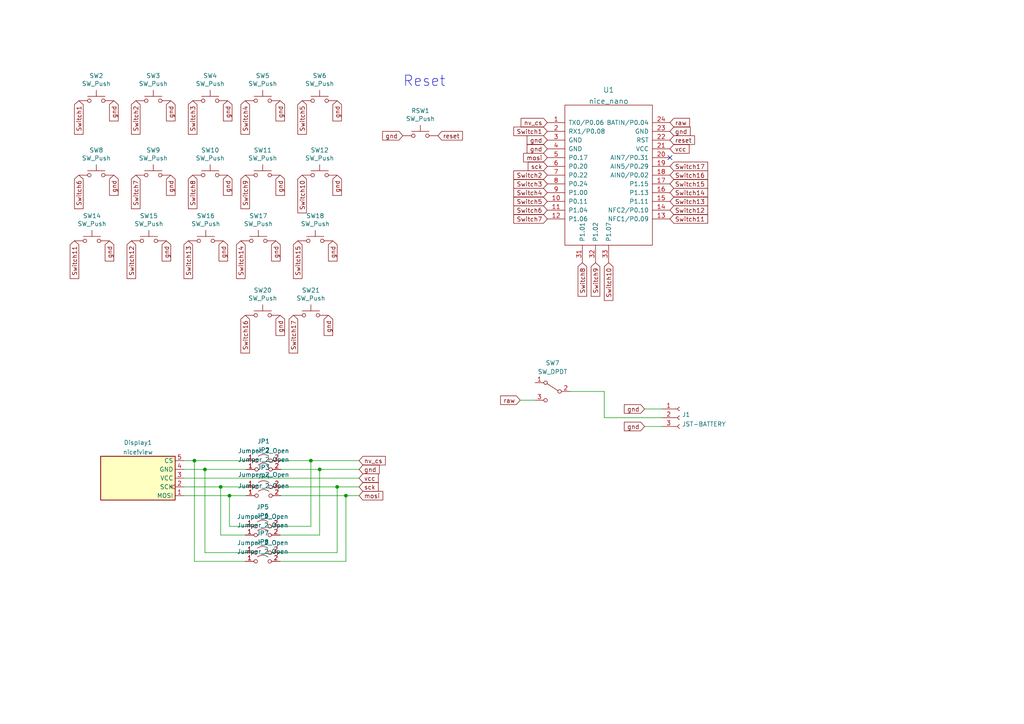
<source format=kicad_sch>
(kicad_sch (version 20230121) (generator eeschema)

  (uuid 4e66a44f-7fa6-4e16-bf9b-62ec864301a5)

  (paper "A4")

  (title_block
    (title "Sweep V2")
    (date "2021-03-10")
    (rev "0.1")
    (company "broomlabs")
  )

  (lib_symbols
    (symbol "Connector:Conn_01x03_Female" (pin_names (offset 1.016) hide) (in_bom yes) (on_board yes)
      (property "Reference" "J" (at 0 5.08 0)
        (effects (font (size 1.27 1.27)))
      )
      (property "Value" "Conn_01x03_Female" (at 0 -5.08 0)
        (effects (font (size 1.27 1.27)))
      )
      (property "Footprint" "" (at 0 0 0)
        (effects (font (size 1.27 1.27)) hide)
      )
      (property "Datasheet" "~" (at 0 0 0)
        (effects (font (size 1.27 1.27)) hide)
      )
      (property "ki_keywords" "connector" (at 0 0 0)
        (effects (font (size 1.27 1.27)) hide)
      )
      (property "ki_description" "Generic connector, single row, 01x03, script generated (kicad-library-utils/schlib/autogen/connector/)" (at 0 0 0)
        (effects (font (size 1.27 1.27)) hide)
      )
      (property "ki_fp_filters" "Connector*:*_1x??_*" (at 0 0 0)
        (effects (font (size 1.27 1.27)) hide)
      )
      (symbol "Conn_01x03_Female_1_1"
        (arc (start 0 -2.032) (mid -0.5058 -2.54) (end 0 -3.048)
          (stroke (width 0.1524) (type default))
          (fill (type none))
        )
        (polyline
          (pts
            (xy -1.27 -2.54)
            (xy -0.508 -2.54)
          )
          (stroke (width 0.1524) (type default))
          (fill (type none))
        )
        (polyline
          (pts
            (xy -1.27 0)
            (xy -0.508 0)
          )
          (stroke (width 0.1524) (type default))
          (fill (type none))
        )
        (polyline
          (pts
            (xy -1.27 2.54)
            (xy -0.508 2.54)
          )
          (stroke (width 0.1524) (type default))
          (fill (type none))
        )
        (arc (start 0 0.508) (mid -0.5058 0) (end 0 -0.508)
          (stroke (width 0.1524) (type default))
          (fill (type none))
        )
        (arc (start 0 3.048) (mid -0.5058 2.54) (end 0 2.032)
          (stroke (width 0.1524) (type default))
          (fill (type none))
        )
        (pin passive line (at -5.08 2.54 0) (length 3.81)
          (name "Pin_1" (effects (font (size 1.27 1.27))))
          (number "1" (effects (font (size 1.27 1.27))))
        )
        (pin passive line (at -5.08 0 0) (length 3.81)
          (name "Pin_2" (effects (font (size 1.27 1.27))))
          (number "2" (effects (font (size 1.27 1.27))))
        )
        (pin passive line (at -5.08 -2.54 0) (length 3.81)
          (name "Pin_3" (effects (font (size 1.27 1.27))))
          (number "3" (effects (font (size 1.27 1.27))))
        )
      )
    )
    (symbol "Jumper:Jumper_2_Open" (pin_names (offset 0) hide) (in_bom yes) (on_board yes)
      (property "Reference" "JP" (at 0 2.794 0)
        (effects (font (size 1.27 1.27)))
      )
      (property "Value" "Jumper_2_Open" (at 0 -2.286 0)
        (effects (font (size 1.27 1.27)))
      )
      (property "Footprint" "" (at 0 0 0)
        (effects (font (size 1.27 1.27)) hide)
      )
      (property "Datasheet" "~" (at 0 0 0)
        (effects (font (size 1.27 1.27)) hide)
      )
      (property "ki_keywords" "Jumper SPST" (at 0 0 0)
        (effects (font (size 1.27 1.27)) hide)
      )
      (property "ki_description" "Jumper, 2-pole, open" (at 0 0 0)
        (effects (font (size 1.27 1.27)) hide)
      )
      (property "ki_fp_filters" "Jumper* TestPoint*2Pads* TestPoint*Bridge*" (at 0 0 0)
        (effects (font (size 1.27 1.27)) hide)
      )
      (symbol "Jumper_2_Open_0_0"
        (circle (center -2.032 0) (radius 0.508)
          (stroke (width 0) (type default))
          (fill (type none))
        )
        (circle (center 2.032 0) (radius 0.508)
          (stroke (width 0) (type default))
          (fill (type none))
        )
      )
      (symbol "Jumper_2_Open_0_1"
        (arc (start 1.524 1.27) (mid 0 1.778) (end -1.524 1.27)
          (stroke (width 0) (type default))
          (fill (type none))
        )
      )
      (symbol "Jumper_2_Open_1_1"
        (pin passive line (at -5.08 0 0) (length 2.54)
          (name "A" (effects (font (size 1.27 1.27))))
          (number "1" (effects (font (size 1.27 1.27))))
        )
        (pin passive line (at 5.08 0 180) (length 2.54)
          (name "B" (effects (font (size 1.27 1.27))))
          (number "2" (effects (font (size 1.27 1.27))))
        )
      )
    )
    (symbol "Switch:SW_Push" (pin_numbers hide) (pin_names (offset 1.016) hide) (in_bom yes) (on_board yes)
      (property "Reference" "SW" (at 1.27 2.54 0)
        (effects (font (size 1.27 1.27)) (justify left))
      )
      (property "Value" "SW_Push" (at 0 -1.524 0)
        (effects (font (size 1.27 1.27)))
      )
      (property "Footprint" "" (at 0 5.08 0)
        (effects (font (size 1.27 1.27)) hide)
      )
      (property "Datasheet" "~" (at 0 5.08 0)
        (effects (font (size 1.27 1.27)) hide)
      )
      (property "ki_keywords" "switch normally-open pushbutton push-button" (at 0 0 0)
        (effects (font (size 1.27 1.27)) hide)
      )
      (property "ki_description" "Push button switch, generic, two pins" (at 0 0 0)
        (effects (font (size 1.27 1.27)) hide)
      )
      (symbol "SW_Push_0_1"
        (circle (center -2.032 0) (radius 0.508)
          (stroke (width 0) (type default))
          (fill (type none))
        )
        (polyline
          (pts
            (xy 0 1.27)
            (xy 0 3.048)
          )
          (stroke (width 0) (type default))
          (fill (type none))
        )
        (polyline
          (pts
            (xy 2.54 1.27)
            (xy -2.54 1.27)
          )
          (stroke (width 0) (type default))
          (fill (type none))
        )
        (circle (center 2.032 0) (radius 0.508)
          (stroke (width 0) (type default))
          (fill (type none))
        )
        (pin passive line (at -5.08 0 0) (length 2.54)
          (name "1" (effects (font (size 1.27 1.27))))
          (number "1" (effects (font (size 1.27 1.27))))
        )
        (pin passive line (at 5.08 0 180) (length 2.54)
          (name "2" (effects (font (size 1.27 1.27))))
          (number "2" (effects (font (size 1.27 1.27))))
        )
      )
    )
    (symbol "jiran-ble:SW_DPDT" (pin_names hide) (in_bom yes) (on_board yes)
      (property "Reference" "SW" (at 0 7.62 0)
        (effects (font (size 1.27 1.27)))
      )
      (property "Value" "SW_DPDT" (at 0 5.715 0)
        (effects (font (size 1.27 1.27)))
      )
      (property "Footprint" "" (at 0.635 7.62 0)
        (effects (font (size 1.27 1.27)) hide)
      )
      (property "Datasheet" "" (at 0.635 7.62 0)
        (effects (font (size 1.27 1.27)) hide)
      )
      (symbol "SW_DPDT_0_0"
        (circle (center -3.302 0) (radius 0.508)
          (stroke (width 0) (type default))
          (fill (type none))
        )
        (circle (center 0.762 -2.54) (radius 0.508)
          (stroke (width 0) (type default))
          (fill (type none))
        )
      )
      (symbol "SW_DPDT_0_1"
        (polyline
          (pts
            (xy -2.794 0.254)
            (xy 0.381 2.286)
          )
          (stroke (width 0) (type default))
          (fill (type none))
        )
        (circle (center 0.762 2.54) (radius 0.508)
          (stroke (width 0) (type default))
          (fill (type none))
        )
      )
      (symbol "SW_DPDT_1_1"
        (pin passive line (at 3.81 2.54 180) (length 2.54)
          (name "A" (effects (font (size 1.27 1.27))))
          (number "1" (effects (font (size 1.27 1.27))))
        )
        (pin passive line (at -6.35 0 0) (length 2.54)
          (name "B" (effects (font (size 1.27 1.27))))
          (number "2" (effects (font (size 1.27 1.27))))
        )
        (pin passive line (at 3.81 -2.54 180) (length 2.54)
          (name "C" (effects (font (size 1.27 1.27))))
          (number "3" (effects (font (size 1.27 1.27))))
        )
      )
    )
    (symbol "nice_nano:nice_nano" (pin_names (offset 1.016)) (in_bom yes) (on_board yes)
      (property "Reference" "U" (at 0 0 0)
        (effects (font (size 1.524 1.524)))
      )
      (property "Value" "nice_nano" (at 0 2.54 0)
        (effects (font (size 1.524 1.524)))
      )
      (property "Footprint" "" (at 26.67 -63.5 90)
        (effects (font (size 1.524 1.524)) hide)
      )
      (property "Datasheet" "" (at 26.67 -63.5 90)
        (effects (font (size 1.524 1.524)) hide)
      )
      (symbol "nice_nano_0_1"
        (rectangle (start -12.7 -21.59) (end 12.7 19.05)
          (stroke (width 0) (type default))
          (fill (type none))
        )
      )
      (symbol "nice_nano_1_1"
        (pin input line (at -17.78 13.97 0) (length 5.08)
          (name "TX0/P0.06" (effects (font (size 1.27 1.27))))
          (number "1" (effects (font (size 1.27 1.27))))
        )
        (pin input line (at -17.78 -8.89 0) (length 5.08)
          (name "P0.11" (effects (font (size 1.27 1.27))))
          (number "10" (effects (font (size 1.27 1.27))))
        )
        (pin input line (at -17.78 -11.43 0) (length 5.08)
          (name "P1.04" (effects (font (size 1.27 1.27))))
          (number "11" (effects (font (size 1.27 1.27))))
        )
        (pin input line (at -17.78 -13.97 0) (length 5.08)
          (name "P1.06" (effects (font (size 1.27 1.27))))
          (number "12" (effects (font (size 1.27 1.27))))
        )
        (pin input line (at 17.78 -13.97 180) (length 5.08)
          (name "NFC1/P0.09" (effects (font (size 1.27 1.27))))
          (number "13" (effects (font (size 1.27 1.27))))
        )
        (pin input line (at 17.78 -11.43 180) (length 5.08)
          (name "NFC2/P0.10" (effects (font (size 1.27 1.27))))
          (number "14" (effects (font (size 1.27 1.27))))
        )
        (pin input line (at 17.78 -8.89 180) (length 5.08)
          (name "P1.11" (effects (font (size 1.27 1.27))))
          (number "15" (effects (font (size 1.27 1.27))))
        )
        (pin input line (at 17.78 -6.35 180) (length 5.08)
          (name "P1.13" (effects (font (size 1.27 1.27))))
          (number "16" (effects (font (size 1.27 1.27))))
        )
        (pin input line (at 17.78 -3.81 180) (length 5.08)
          (name "P1.15" (effects (font (size 1.27 1.27))))
          (number "17" (effects (font (size 1.27 1.27))))
        )
        (pin input line (at 17.78 -1.27 180) (length 5.08)
          (name "AIN0/P0.02" (effects (font (size 1.27 1.27))))
          (number "18" (effects (font (size 1.27 1.27))))
        )
        (pin input line (at 17.78 1.27 180) (length 5.08)
          (name "AIN5/P0.29" (effects (font (size 1.27 1.27))))
          (number "19" (effects (font (size 1.27 1.27))))
        )
        (pin input line (at -17.78 11.43 0) (length 5.08)
          (name "RX1/P0.08" (effects (font (size 1.27 1.27))))
          (number "2" (effects (font (size 1.27 1.27))))
        )
        (pin input line (at 17.78 3.81 180) (length 5.08)
          (name "AIN7/P0.31" (effects (font (size 1.27 1.27))))
          (number "20" (effects (font (size 1.27 1.27))))
        )
        (pin input line (at 17.78 6.35 180) (length 5.08)
          (name "VCC" (effects (font (size 1.27 1.27))))
          (number "21" (effects (font (size 1.27 1.27))))
        )
        (pin input line (at 17.78 8.89 180) (length 5.08)
          (name "RST" (effects (font (size 1.27 1.27))))
          (number "22" (effects (font (size 1.27 1.27))))
        )
        (pin input line (at 17.78 11.43 180) (length 5.08)
          (name "GND" (effects (font (size 1.27 1.27))))
          (number "23" (effects (font (size 1.27 1.27))))
        )
        (pin input line (at 17.78 13.97 180) (length 5.08)
          (name "BATIN/P0.04" (effects (font (size 1.27 1.27))))
          (number "24" (effects (font (size 1.27 1.27))))
        )
        (pin input line (at -17.78 8.89 0) (length 5.08)
          (name "GND" (effects (font (size 1.27 1.27))))
          (number "3" (effects (font (size 1.27 1.27))))
        )
        (pin input line (at -7.62 -26.67 90) (length 5.08)
          (name "P1.01" (effects (font (size 1.27 1.27))))
          (number "31" (effects (font (size 1.27 1.27))))
        )
        (pin input line (at -3.81 -26.67 90) (length 5.08)
          (name "P1.02" (effects (font (size 1.27 1.27))))
          (number "32" (effects (font (size 1.27 1.27))))
        )
        (pin input line (at 0 -26.67 90) (length 5.08)
          (name "P1.07" (effects (font (size 1.27 1.27))))
          (number "33" (effects (font (size 1.27 1.27))))
        )
        (pin input line (at -17.78 6.35 0) (length 5.08)
          (name "GND" (effects (font (size 1.27 1.27))))
          (number "4" (effects (font (size 1.27 1.27))))
        )
        (pin input line (at -17.78 3.81 0) (length 5.08)
          (name "P0.17" (effects (font (size 1.27 1.27))))
          (number "5" (effects (font (size 1.27 1.27))))
        )
        (pin input line (at -17.78 1.27 0) (length 5.08)
          (name "P0.20" (effects (font (size 1.27 1.27))))
          (number "6" (effects (font (size 1.27 1.27))))
        )
        (pin input line (at -17.78 -1.27 0) (length 5.08)
          (name "P0.22" (effects (font (size 1.27 1.27))))
          (number "7" (effects (font (size 1.27 1.27))))
        )
        (pin input line (at -17.78 -3.81 0) (length 5.08)
          (name "P0.24" (effects (font (size 1.27 1.27))))
          (number "8" (effects (font (size 1.27 1.27))))
        )
        (pin input line (at -17.78 -6.35 0) (length 5.08)
          (name "P1.00" (effects (font (size 1.27 1.27))))
          (number "9" (effects (font (size 1.27 1.27))))
        )
      )
    )
    (symbol "nice_view:nice!view" (in_bom yes) (on_board yes)
      (property "Reference" "Display" (at 0 12.7 0)
        (effects (font (size 1.27 1.27)) (justify bottom))
      )
      (property "Value" "nice!view" (at 0 0 0)
        (effects (font (size 1.27 1.27)))
      )
      (property "Footprint" "nice_view:nice_view" (at 0 16.51 0)
        (effects (font (size 1.27 1.27)) hide)
      )
      (property "Datasheet" "https://nicekeyboards.com/docs/nice-view/pinout-schematic" (at 2.54 -25.4 0)
        (effects (font (size 1.27 1.27)) hide)
      )
      (property "ki_keywords" "display MIP 36x14" (at 0 0 0)
        (effects (font (size 1.27 1.27)) hide)
      )
      (property "ki_description" "Sharp LS011B7DH03 Memory in Pixel 160x68" (at 0 0 0)
        (effects (font (size 1.27 1.27)) hide)
      )
      (property "ki_fp_filters" "nice*" (at 0 0 0)
        (effects (font (size 1.27 1.27)) hide)
      )
      (symbol "nice!view_0_1"
        (rectangle (start -6.35 11.43) (end 6.35 -10.16)
          (stroke (width 0.254) (type default))
          (fill (type background))
        )
      )
      (symbol "nice!view_1_1"
        (pin input line (at -5.08 -12.7 90) (length 2.54)
          (name "MOSI" (effects (font (size 1.27 1.27))))
          (number "1" (effects (font (size 1.27 1.27))))
        )
        (pin input clock (at -2.54 -12.7 90) (length 2.54)
          (name "SCK" (effects (font (size 1.27 1.27))))
          (number "2" (effects (font (size 1.27 1.27))))
        )
        (pin power_in line (at 0 -12.7 90) (length 2.54)
          (name "VCC" (effects (font (size 1.27 1.27))))
          (number "3" (effects (font (size 1.27 1.27))))
        )
        (pin power_out line (at 2.54 -12.7 90) (length 2.54)
          (name "GND" (effects (font (size 1.27 1.27))))
          (number "4" (effects (font (size 1.27 1.27))))
        )
        (pin passive line (at 5.08 -12.7 90) (length 2.54)
          (name "CS" (effects (font (size 1.27 1.27))))
          (number "5" (effects (font (size 1.27 1.27))))
        )
      )
    )
  )

  (junction (at 66.548 143.764) (diameter 0) (color 0 0 0 0)
    (uuid 1d67afa1-b3eb-4622-85fb-73d999a4d346)
  )
  (junction (at 100.33 143.764) (diameter 0) (color 0 0 0 0)
    (uuid 3a502be0-672c-4774-a829-89ee66e4bf37)
  )
  (junction (at 59.436 136.144) (diameter 0) (color 0 0 0 0)
    (uuid 4b19c00a-cf9d-4648-9ca1-879b7fe92102)
  )
  (junction (at 64.008 141.224) (diameter 0) (color 0 0 0 0)
    (uuid 866c91e2-288e-4fe1-80f4-62b235cb8d15)
  )
  (junction (at 92.71 136.144) (diameter 0) (color 0 0 0 0)
    (uuid b693d1b6-eee2-4910-a5c3-5441faa7ac7e)
  )
  (junction (at 56.388 133.604) (diameter 0) (color 0 0 0 0)
    (uuid c88b85e0-8940-4f10-b1c4-4f1ddd5f9842)
  )
  (junction (at 97.79 141.224) (diameter 0) (color 0 0 0 0)
    (uuid d646c0cd-038d-4590-970e-8be8385fb6a9)
  )
  (junction (at 90.17 133.604) (diameter 0) (color 0 0 0 0)
    (uuid e7fb191c-ce88-4d54-9c1d-fcea908467aa)
  )

  (no_connect (at 194.31 45.72) (uuid 837d60b1-cc18-42f8-9a77-f37dc4d6fee4))

  (wire (pts (xy 100.33 143.764) (xy 100.33 162.814))
    (stroke (width 0) (type default))
    (uuid 09cd499f-656f-4848-8890-0f9376d868d6)
  )
  (wire (pts (xy 53.34 141.224) (xy 64.008 141.224))
    (stroke (width 0) (type default))
    (uuid 0c8a01d3-d4fd-4b41-8220-c70fd393fd8a)
  )
  (wire (pts (xy 71.12 155.194) (xy 64.008 155.194))
    (stroke (width 0) (type default))
    (uuid 10321ab7-6eee-4033-a696-3d454d8d3a27)
  )
  (wire (pts (xy 66.548 152.654) (xy 66.548 143.764))
    (stroke (width 0) (type default))
    (uuid 117c0ce1-5289-41c2-881c-83cd74710f69)
  )
  (wire (pts (xy 81.534 136.144) (xy 92.71 136.144))
    (stroke (width 0) (type default))
    (uuid 1a741299-6b39-4a7f-bf68-ea7ab1be4e57)
  )
  (wire (pts (xy 81.534 141.224) (xy 97.79 141.224))
    (stroke (width 0) (type default))
    (uuid 2de58fe7-8d02-4900-b1aa-1885c849c3d2)
  )
  (wire (pts (xy 56.388 133.604) (xy 71.374 133.604))
    (stroke (width 0) (type default))
    (uuid 3e592fd3-cd28-4ae4-a39e-fb3480f669b4)
  )
  (wire (pts (xy 150.876 116.078) (xy 155.194 116.078))
    (stroke (width 0) (type default))
    (uuid 3fff646c-e3c3-4bcb-980c-ed04fd3d3bdb)
  )
  (wire (pts (xy 81.28 152.654) (xy 90.17 152.654))
    (stroke (width 0) (type default))
    (uuid 4819e671-dab9-487d-9739-22db9846b45c)
  )
  (wire (pts (xy 53.34 133.604) (xy 56.388 133.604))
    (stroke (width 0) (type default))
    (uuid 4b3df2bd-6122-4d77-9431-2f7de7159c30)
  )
  (wire (pts (xy 59.436 136.144) (xy 71.374 136.144))
    (stroke (width 0) (type default))
    (uuid 521b67cc-438c-4749-a7fb-38b33448aff4)
  )
  (wire (pts (xy 56.388 162.814) (xy 56.388 133.604))
    (stroke (width 0) (type default))
    (uuid 54289e4f-2121-47a5-879a-7924292750ec)
  )
  (wire (pts (xy 59.436 160.274) (xy 59.436 136.144))
    (stroke (width 0) (type default))
    (uuid 568bd35d-d51b-45f8-b375-b7fd01d1c6de)
  )
  (wire (pts (xy 71.12 160.274) (xy 59.436 160.274))
    (stroke (width 0) (type default))
    (uuid 56c6fc37-de3c-4a7f-9f16-be02557d55ee)
  )
  (wire (pts (xy 90.17 152.654) (xy 90.17 133.604))
    (stroke (width 0) (type default))
    (uuid 58d77d8b-8fe7-4c36-a7f8-2163b04f714a)
  )
  (wire (pts (xy 64.008 141.224) (xy 71.374 141.224))
    (stroke (width 0) (type default))
    (uuid 62c4cf57-7a7b-491a-98fd-fbdafa09fb3c)
  )
  (wire (pts (xy 92.71 136.144) (xy 104.14 136.144))
    (stroke (width 0) (type default))
    (uuid 68423df3-f53b-4b6a-88e9-18002a59fdcc)
  )
  (wire (pts (xy 186.944 123.698) (xy 192.024 123.698))
    (stroke (width 0) (type default))
    (uuid 6cfa4840-d6c0-4914-a552-39172a002f0d)
  )
  (wire (pts (xy 175.26 121.158) (xy 175.26 113.538))
    (stroke (width 0) (type default))
    (uuid 746b1397-2eca-46d9-9780-9258ca469581)
  )
  (wire (pts (xy 53.34 143.764) (xy 66.548 143.764))
    (stroke (width 0) (type default))
    (uuid 76591019-92a5-434e-9b4d-ec1f5c8fd473)
  )
  (wire (pts (xy 66.548 143.764) (xy 71.374 143.764))
    (stroke (width 0) (type default))
    (uuid 82e6a61e-39b5-4a28-b5b9-86f8cbfafc16)
  )
  (wire (pts (xy 71.12 162.814) (xy 56.388 162.814))
    (stroke (width 0) (type default))
    (uuid 834fbafb-bacd-4c9c-a154-495ab19630ae)
  )
  (wire (pts (xy 175.26 121.158) (xy 192.024 121.158))
    (stroke (width 0) (type default))
    (uuid 83eef698-b3cc-4fb3-b81d-5c57f3c03264)
  )
  (wire (pts (xy 64.008 155.194) (xy 64.008 141.224))
    (stroke (width 0) (type default))
    (uuid 881e8def-bb79-459c-b52b-9bad6b61165f)
  )
  (wire (pts (xy 100.33 162.814) (xy 81.28 162.814))
    (stroke (width 0) (type default))
    (uuid 88780aef-fe85-4715-9a4a-d38adccb67c7)
  )
  (wire (pts (xy 81.28 155.194) (xy 92.71 155.194))
    (stroke (width 0) (type default))
    (uuid 9324a5d8-df10-40f4-a586-be13060eaaaa)
  )
  (wire (pts (xy 97.79 141.224) (xy 104.14 141.224))
    (stroke (width 0) (type default))
    (uuid 9bad1c74-3854-48e7-a491-0f465b823a1b)
  )
  (wire (pts (xy 81.28 160.274) (xy 97.79 160.274))
    (stroke (width 0) (type default))
    (uuid a5eb245b-4be7-4f70-b37d-a46c2edf1ea3)
  )
  (wire (pts (xy 92.71 155.194) (xy 92.71 136.144))
    (stroke (width 0) (type default))
    (uuid a697a5ca-4246-4b8f-86b8-30c8f5ee34c5)
  )
  (wire (pts (xy 81.534 133.604) (xy 90.17 133.604))
    (stroke (width 0) (type default))
    (uuid b49dd147-a0a9-459a-b88b-53222781dbc7)
  )
  (wire (pts (xy 175.26 113.538) (xy 165.354 113.538))
    (stroke (width 0) (type default))
    (uuid c8f998ca-4c15-47ea-b2fb-c8d626dde215)
  )
  (wire (pts (xy 53.34 136.144) (xy 59.436 136.144))
    (stroke (width 0) (type default))
    (uuid cd38cd6e-d6ab-4725-9232-a1484ce6f95e)
  )
  (wire (pts (xy 71.12 152.654) (xy 66.548 152.654))
    (stroke (width 0) (type default))
    (uuid d87bd80c-c30f-42b5-8809-25c132e99e31)
  )
  (wire (pts (xy 100.33 143.764) (xy 104.14 143.764))
    (stroke (width 0) (type default))
    (uuid db5988d1-a17e-4310-8f55-d58a600200a2)
  )
  (wire (pts (xy 90.17 133.604) (xy 104.14 133.604))
    (stroke (width 0) (type default))
    (uuid de909a9e-bfc1-4ce2-96b5-addd6c9417ff)
  )
  (wire (pts (xy 81.534 143.764) (xy 100.33 143.764))
    (stroke (width 0) (type default))
    (uuid e3e44468-a358-427f-972e-c2871f852b24)
  )
  (wire (pts (xy 186.944 118.618) (xy 192.024 118.618))
    (stroke (width 0) (type default))
    (uuid e7636845-0b66-4392-814a-827e7cecc4f4)
  )
  (wire (pts (xy 97.79 160.274) (xy 97.79 141.224))
    (stroke (width 0) (type default))
    (uuid f2b82a77-94b4-4c26-ae12-424d3ace0f37)
  )
  (wire (pts (xy 53.34 138.684) (xy 104.14 138.684))
    (stroke (width 0) (type default))
    (uuid f4da037c-42c7-435e-b2d1-34a9246cd840)
  )

  (text "Reset" (at 116.84 25.4 0)
    (effects (font (size 2.9972 2.9972)) (justify left bottom))
    (uuid 0755aee5-bc01-4cb5-b830-583289df50a3)
  )

  (global_label "Switch11" (shape input) (at 21.59 69.85 270) (fields_autoplaced)
    (effects (font (size 1.27 1.27)) (justify right))
    (uuid 0217dfc4-fc13-4699-99ad-d9948522648e)
    (property "Intersheetrefs" "${INTERSHEET_REFS}" (at 21.59 80.7081 90)
      (effects (font (size 1.27 1.27)) (justify right) hide)
    )
  )
  (global_label "gnd" (shape input) (at 104.14 136.144 0) (fields_autoplaced)
    (effects (font (size 1.27 1.27)) (justify left))
    (uuid 058780fc-6a44-492f-a3f0-3c96060b36a6)
    (property "Intersheetrefs" "${INTERSHEET_REFS}" (at 109.9113 136.2234 0)
      (effects (font (size 1.27 1.27)) (justify left) hide)
    )
  )
  (global_label "Switch3" (shape input) (at 55.88 29.21 270) (fields_autoplaced)
    (effects (font (size 1.27 1.27)) (justify right))
    (uuid 08a7c925-7fae-4530-b0c9-120e185cb318)
    (property "Intersheetrefs" "${INTERSHEET_REFS}" (at 55.88 38.8586 90)
      (effects (font (size 1.27 1.27)) (justify right) hide)
    )
  )
  (global_label "gnd" (shape input) (at 33.02 29.21 270) (fields_autoplaced)
    (effects (font (size 1.27 1.27)) (justify right))
    (uuid 0b21a65d-d20b-411e-920a-75c343ac5136)
    (property "Intersheetrefs" "${INTERSHEET_REFS}" (at 33.02 34.988 90)
      (effects (font (size 1.27 1.27)) (justify right) hide)
    )
  )
  (global_label "gnd" (shape input) (at 158.75 40.64 180) (fields_autoplaced)
    (effects (font (size 1.27 1.27)) (justify right))
    (uuid 0eaa98f0-9565-4637-ace3-42a5231b07f7)
    (property "Intersheetrefs" "${INTERSHEET_REFS}" (at 152.972 40.64 0)
      (effects (font (size 1.27 1.27)) (justify right) hide)
    )
  )
  (global_label "reset" (shape input) (at 127 39.37 0) (fields_autoplaced)
    (effects (font (size 1.27 1.27)) (justify left))
    (uuid 0f22151c-f260-4674-b486-4710a2c42a55)
    (property "Intersheetrefs" "${INTERSHEET_REFS}" (at 134.0482 39.37 0)
      (effects (font (size 1.27 1.27)) (justify left) hide)
    )
  )
  (global_label "reset" (shape input) (at 194.31 40.64 0) (fields_autoplaced)
    (effects (font (size 1.27 1.27)) (justify left))
    (uuid 127679a9-3981-4934-815e-896a4e3ff56e)
    (property "Intersheetrefs" "${INTERSHEET_REFS}" (at 201.3582 40.64 0)
      (effects (font (size 1.27 1.27)) (justify left) hide)
    )
  )
  (global_label "Switch17" (shape input) (at 85.09 91.44 270) (fields_autoplaced)
    (effects (font (size 1.27 1.27)) (justify right))
    (uuid 1a6d2848-e78e-49fe-8978-e1890f07836f)
    (property "Intersheetrefs" "${INTERSHEET_REFS}" (at 85.09 102.2981 90)
      (effects (font (size 1.27 1.27)) (justify right) hide)
    )
  )
  (global_label "gnd" (shape input) (at 81.28 50.8 270) (fields_autoplaced)
    (effects (font (size 1.27 1.27)) (justify right))
    (uuid 1bf544e3-5940-4576-9291-2464e95c0ee2)
    (property "Intersheetrefs" "${INTERSHEET_REFS}" (at 81.28 56.578 90)
      (effects (font (size 1.27 1.27)) (justify right) hide)
    )
  )
  (global_label "Switch12" (shape input) (at 194.31 60.96 0) (fields_autoplaced)
    (effects (font (size 1.27 1.27)) (justify left))
    (uuid 1e1b062d-fad0-427c-a622-c5b8a80b5268)
    (property "Intersheetrefs" "${INTERSHEET_REFS}" (at 353.06 109.22 0)
      (effects (font (size 1.27 1.27)) hide)
    )
  )
  (global_label "vcc" (shape input) (at 194.31 43.18 0) (fields_autoplaced)
    (effects (font (size 1.27 1.27)) (justify left))
    (uuid 1e8701fc-ad24-40ea-846a-e3db538d6077)
    (property "Intersheetrefs" "${INTERSHEET_REFS}" (at 199.7858 43.18 0)
      (effects (font (size 1.27 1.27)) (justify left) hide)
    )
  )
  (global_label "Switch5" (shape input) (at 87.63 29.21 270) (fields_autoplaced)
    (effects (font (size 1.27 1.27)) (justify right))
    (uuid 240e07e1-770b-4b27-894f-29fd601c924d)
    (property "Intersheetrefs" "${INTERSHEET_REFS}" (at 87.63 38.8586 90)
      (effects (font (size 1.27 1.27)) (justify right) hide)
    )
  )
  (global_label "gnd" (shape input) (at 48.26 69.85 270) (fields_autoplaced)
    (effects (font (size 1.27 1.27)) (justify right))
    (uuid 2d210a96-f81f-42a9-8bf4-1b43c11086f3)
    (property "Intersheetrefs" "${INTERSHEET_REFS}" (at 48.26 75.628 90)
      (effects (font (size 1.27 1.27)) (justify right) hide)
    )
  )
  (global_label "Switch1" (shape input) (at 22.86 29.21 270) (fields_autoplaced)
    (effects (font (size 1.27 1.27)) (justify right))
    (uuid 2d6db888-4e40-41c8-b701-07170fc894bc)
    (property "Intersheetrefs" "${INTERSHEET_REFS}" (at 22.86 38.8586 90)
      (effects (font (size 1.27 1.27)) (justify right) hide)
    )
  )
  (global_label "Switch14" (shape input) (at 194.31 55.88 0) (fields_autoplaced)
    (effects (font (size 1.27 1.27)) (justify left))
    (uuid 2e642b3e-a476-4c54-9a52-dcea955640cd)
    (property "Intersheetrefs" "${INTERSHEET_REFS}" (at 353.06 109.22 0)
      (effects (font (size 1.27 1.27)) hide)
    )
  )
  (global_label "Switch13" (shape input) (at 194.31 58.42 0) (fields_autoplaced)
    (effects (font (size 1.27 1.27)) (justify left))
    (uuid 30f15357-ce1d-48b9-93dc-7d9b1b2aa048)
    (property "Intersheetrefs" "${INTERSHEET_REFS}" (at 353.06 109.22 0)
      (effects (font (size 1.27 1.27)) hide)
    )
  )
  (global_label "gnd" (shape input) (at 81.28 91.44 270) (fields_autoplaced)
    (effects (font (size 1.27 1.27)) (justify right))
    (uuid 31e08896-1992-4725-96d9-9d2728bca7a3)
    (property "Intersheetrefs" "${INTERSHEET_REFS}" (at 81.28 97.218 90)
      (effects (font (size 1.27 1.27)) (justify right) hide)
    )
  )
  (global_label "Switch13" (shape input) (at 54.61 69.85 270) (fields_autoplaced)
    (effects (font (size 1.27 1.27)) (justify right))
    (uuid 3a7648d8-121a-4921-9b92-9b35b76ce39b)
    (property "Intersheetrefs" "${INTERSHEET_REFS}" (at 54.61 80.7081 90)
      (effects (font (size 1.27 1.27)) (justify right) hide)
    )
  )
  (global_label "Switch10" (shape input) (at 176.53 76.2 270) (fields_autoplaced)
    (effects (font (size 1.27 1.27)) (justify right))
    (uuid 3b838d52-596d-4e4d-a6ac-e4c8e7621137)
    (property "Intersheetrefs" "${INTERSHEET_REFS}" (at 140.97 234.95 0)
      (effects (font (size 1.27 1.27)) hide)
    )
  )
  (global_label "Switch14" (shape input) (at 69.85 69.85 270) (fields_autoplaced)
    (effects (font (size 1.27 1.27)) (justify right))
    (uuid 3e903008-0276-4a73-8edb-5d9dfde6297c)
    (property "Intersheetrefs" "${INTERSHEET_REFS}" (at 69.85 80.7081 90)
      (effects (font (size 1.27 1.27)) (justify right) hide)
    )
  )
  (global_label "gnd" (shape input) (at 66.04 50.8 270) (fields_autoplaced)
    (effects (font (size 1.27 1.27)) (justify right))
    (uuid 42713045-fffd-4b2d-ae1e-7232d705fb12)
    (property "Intersheetrefs" "${INTERSHEET_REFS}" (at 66.04 56.578 90)
      (effects (font (size 1.27 1.27)) (justify right) hide)
    )
  )
  (global_label "Switch8" (shape input) (at 168.91 76.2 270) (fields_autoplaced)
    (effects (font (size 1.27 1.27)) (justify right))
    (uuid 44d8279a-9cd1-4db6-856f-0363131605fc)
    (property "Intersheetrefs" "${INTERSHEET_REFS}" (at 229.87 -118.11 0)
      (effects (font (size 1.27 1.27)) hide)
    )
  )
  (global_label "Switch16" (shape input) (at 71.12 91.44 270) (fields_autoplaced)
    (effects (font (size 1.27 1.27)) (justify right))
    (uuid 45008225-f50f-4d6b-b508-6730a9408caf)
    (property "Intersheetrefs" "${INTERSHEET_REFS}" (at 71.12 102.2981 90)
      (effects (font (size 1.27 1.27)) (justify right) hide)
    )
  )
  (global_label "nv_cs" (shape input) (at 158.75 35.56 180) (fields_autoplaced)
    (effects (font (size 1.27 1.27)) (justify right))
    (uuid 498a86d5-fa46-4c92-b9d0-4c1e5bfcad3f)
    (property "Intersheetrefs" "${INTERSHEET_REFS}" (at 151.2248 35.4806 0)
      (effects (font (size 1.27 1.27)) (justify right) hide)
    )
  )
  (global_label "sck" (shape input) (at 158.75 48.26 180) (fields_autoplaced)
    (effects (font (size 1.27 1.27)) (justify right))
    (uuid 4e78207f-405f-4669-a8fd-fb3477b8ade1)
    (property "Intersheetrefs" "${INTERSHEET_REFS}" (at 153.281 48.1806 0)
      (effects (font (size 1.27 1.27)) (justify right) hide)
    )
  )
  (global_label "Switch7" (shape input) (at 158.75 63.5 180) (fields_autoplaced)
    (effects (font (size 1.27 1.27)) (justify right))
    (uuid 4fb02e58-160a-4a39-9f22-d0c75e82ee72)
    (property "Intersheetrefs" "${INTERSHEET_REFS}" (at 353.06 121.92 0)
      (effects (font (size 1.27 1.27)) hide)
    )
  )
  (global_label "Switch2" (shape input) (at 39.37 29.21 270) (fields_autoplaced)
    (effects (font (size 1.27 1.27)) (justify right))
    (uuid 5528bcad-2950-4673-90eb-c37e6952c475)
    (property "Intersheetrefs" "${INTERSHEET_REFS}" (at 39.37 38.8586 90)
      (effects (font (size 1.27 1.27)) (justify right) hide)
    )
  )
  (global_label "Switch4" (shape input) (at 158.75 55.88 180) (fields_autoplaced)
    (effects (font (size 1.27 1.27)) (justify right))
    (uuid 55e740a3-0735-4744-896e-2bf5437093b9)
    (property "Intersheetrefs" "${INTERSHEET_REFS}" (at 353.06 104.14 0)
      (effects (font (size 1.27 1.27)) hide)
    )
  )
  (global_label "Switch9" (shape input) (at 71.12 50.8 270) (fields_autoplaced)
    (effects (font (size 1.27 1.27)) (justify right))
    (uuid 61fe293f-6808-4b7f-9340-9aaac7054a97)
    (property "Intersheetrefs" "${INTERSHEET_REFS}" (at 71.12 60.4486 90)
      (effects (font (size 1.27 1.27)) (justify right) hide)
    )
  )
  (global_label "Switch1" (shape input) (at 158.75 38.1 180) (fields_autoplaced)
    (effects (font (size 1.27 1.27)) (justify right))
    (uuid 62c076a3-d618-44a2-9042-9a08b3576787)
    (property "Intersheetrefs" "${INTERSHEET_REFS}" (at 0 -17.78 0)
      (effects (font (size 1.27 1.27)) hide)
    )
  )
  (global_label "Switch8" (shape input) (at 55.88 50.8 270) (fields_autoplaced)
    (effects (font (size 1.27 1.27)) (justify right))
    (uuid 63ff1c93-3f96-4c33-b498-5dd8c33bccc0)
    (property "Intersheetrefs" "${INTERSHEET_REFS}" (at 55.88 60.4486 90)
      (effects (font (size 1.27 1.27)) (justify right) hide)
    )
  )
  (global_label "Switch15" (shape input) (at 86.36 69.85 270) (fields_autoplaced)
    (effects (font (size 1.27 1.27)) (justify right))
    (uuid 6475547d-3216-45a4-a15c-48314f1dd0f9)
    (property "Intersheetrefs" "${INTERSHEET_REFS}" (at 86.36 80.7081 90)
      (effects (font (size 1.27 1.27)) (justify right) hide)
    )
  )
  (global_label "Switch9" (shape input) (at 172.72 76.2 270) (fields_autoplaced)
    (effects (font (size 1.27 1.27)) (justify right))
    (uuid 66116376-6967-4178-9f23-a26cdeafc400)
    (property "Intersheetrefs" "${INTERSHEET_REFS}" (at 236.22 -118.11 0)
      (effects (font (size 1.27 1.27)) hide)
    )
  )
  (global_label "Switch12" (shape input) (at 38.1 69.85 270) (fields_autoplaced)
    (effects (font (size 1.27 1.27)) (justify right))
    (uuid 6bfe5804-2ef9-4c65-b2a7-f01e4014370a)
    (property "Intersheetrefs" "${INTERSHEET_REFS}" (at 38.1 80.7081 90)
      (effects (font (size 1.27 1.27)) (justify right) hide)
    )
  )
  (global_label "gnd" (shape input) (at 66.04 29.21 270) (fields_autoplaced)
    (effects (font (size 1.27 1.27)) (justify right))
    (uuid 6c2e273e-743c-4f1e-a647-4171f8122550)
    (property "Intersheetrefs" "${INTERSHEET_REFS}" (at 66.04 34.988 90)
      (effects (font (size 1.27 1.27)) (justify right) hide)
    )
  )
  (global_label "Switch3" (shape input) (at 158.75 53.34 180) (fields_autoplaced)
    (effects (font (size 1.27 1.27)) (justify right))
    (uuid 71c31975-2c45-4d18-a25a-18e07a55d11e)
    (property "Intersheetrefs" "${INTERSHEET_REFS}" (at 353.06 104.14 0)
      (effects (font (size 1.27 1.27)) hide)
    )
  )
  (global_label "Switch6" (shape input) (at 158.75 60.96 180) (fields_autoplaced)
    (effects (font (size 1.27 1.27)) (justify right))
    (uuid 77ed3941-d133-4aef-a9af-5a39322d14eb)
    (property "Intersheetrefs" "${INTERSHEET_REFS}" (at 353.06 116.84 0)
      (effects (font (size 1.27 1.27)) hide)
    )
  )
  (global_label "gnd" (shape input) (at 186.944 118.618 180) (fields_autoplaced)
    (effects (font (size 1.27 1.27)) (justify right))
    (uuid 78bdf24c-4522-4b79-b38c-70b191c9373f)
    (property "Intersheetrefs" "${INTERSHEET_REFS}" (at 181.1727 118.5386 0)
      (effects (font (size 1.27 1.27)) (justify right) hide)
    )
  )
  (global_label "gnd" (shape input) (at 97.79 29.21 270) (fields_autoplaced)
    (effects (font (size 1.27 1.27)) (justify right))
    (uuid 7aed3a71-054b-4aaa-9c0a-030523c32827)
    (property "Intersheetrefs" "${INTERSHEET_REFS}" (at 97.79 34.988 90)
      (effects (font (size 1.27 1.27)) (justify right) hide)
    )
  )
  (global_label "gnd" (shape input) (at 81.28 29.21 270) (fields_autoplaced)
    (effects (font (size 1.27 1.27)) (justify right))
    (uuid 7dc880bc-e7eb-4cce-8d8c-0b65a9dd788e)
    (property "Intersheetrefs" "${INTERSHEET_REFS}" (at 81.28 34.988 90)
      (effects (font (size 1.27 1.27)) (justify right) hide)
    )
  )
  (global_label "gnd" (shape input) (at 80.01 69.85 270) (fields_autoplaced)
    (effects (font (size 1.27 1.27)) (justify right))
    (uuid 80094b70-85ab-4ff6-934b-60d5ee65023a)
    (property "Intersheetrefs" "${INTERSHEET_REFS}" (at 80.01 75.628 90)
      (effects (font (size 1.27 1.27)) (justify right) hide)
    )
  )
  (global_label "gnd" (shape input) (at 158.75 43.18 180) (fields_autoplaced)
    (effects (font (size 1.27 1.27)) (justify right))
    (uuid 8174b4de-74b1-48db-ab8e-c8432251095b)
    (property "Intersheetrefs" "${INTERSHEET_REFS}" (at 152.972 43.18 0)
      (effects (font (size 1.27 1.27)) (justify right) hide)
    )
  )
  (global_label "gnd" (shape input) (at 95.25 91.44 270) (fields_autoplaced)
    (effects (font (size 1.27 1.27)) (justify right))
    (uuid 852dabbf-de45-4470-8176-59d37a754407)
    (property "Intersheetrefs" "${INTERSHEET_REFS}" (at 95.25 97.218 90)
      (effects (font (size 1.27 1.27)) (justify right) hide)
    )
  )
  (global_label "Switch10" (shape input) (at 87.63 50.8 270) (fields_autoplaced)
    (effects (font (size 1.27 1.27)) (justify right))
    (uuid 8da933a9-35f8-42e6-8504-d1bab7264306)
    (property "Intersheetrefs" "${INTERSHEET_REFS}" (at 87.63 61.6581 90)
      (effects (font (size 1.27 1.27)) (justify right) hide)
    )
  )
  (global_label "gnd" (shape input) (at 64.77 69.85 270) (fields_autoplaced)
    (effects (font (size 1.27 1.27)) (justify right))
    (uuid 922058ca-d09a-45fd-8394-05f3e2c1e03a)
    (property "Intersheetrefs" "${INTERSHEET_REFS}" (at 64.77 75.628 90)
      (effects (font (size 1.27 1.27)) (justify right) hide)
    )
  )
  (global_label "gnd" (shape input) (at 116.84 39.37 180) (fields_autoplaced)
    (effects (font (size 1.27 1.27)) (justify right))
    (uuid 9340c285-5767-42d5-8b6d-63fe2a40ddf3)
    (property "Intersheetrefs" "${INTERSHEET_REFS}" (at 111.062 39.37 0)
      (effects (font (size 1.27 1.27)) (justify right) hide)
    )
  )
  (global_label "gnd" (shape input) (at 49.53 29.21 270) (fields_autoplaced)
    (effects (font (size 1.27 1.27)) (justify right))
    (uuid 94a873dc-af67-4ef9-8159-1f7c93eeb3d7)
    (property "Intersheetrefs" "${INTERSHEET_REFS}" (at 49.53 34.988 90)
      (effects (font (size 1.27 1.27)) (justify right) hide)
    )
  )
  (global_label "raw" (shape input) (at 150.876 116.078 180) (fields_autoplaced)
    (effects (font (size 1.27 1.27)) (justify right))
    (uuid 968d2a7b-ce63-47bf-836c-e82eb0b7b05d)
    (property "Intersheetrefs" "${INTERSHEET_REFS}" (at 345.186 151.638 0)
      (effects (font (size 1.27 1.27)) hide)
    )
  )
  (global_label "gnd" (shape input) (at 31.75 69.85 270) (fields_autoplaced)
    (effects (font (size 1.27 1.27)) (justify right))
    (uuid a1823eb2-fb0d-4ed8-8b96-04184ac3a9d5)
    (property "Intersheetrefs" "${INTERSHEET_REFS}" (at 31.75 75.628 90)
      (effects (font (size 1.27 1.27)) (justify right) hide)
    )
  )
  (global_label "Switch16" (shape input) (at 194.31 50.8 0) (fields_autoplaced)
    (effects (font (size 1.27 1.27)) (justify left))
    (uuid a3e4f0ae-9f86-49e9-b386-ed8b42e012fb)
    (property "Intersheetrefs" "${INTERSHEET_REFS}" (at 353.06 111.76 0)
      (effects (font (size 1.27 1.27)) hide)
    )
  )
  (global_label "gnd" (shape input) (at 49.53 50.8 270) (fields_autoplaced)
    (effects (font (size 1.27 1.27)) (justify right))
    (uuid aa14c3bd-4acc-4908-9d28-228585a22a9d)
    (property "Intersheetrefs" "${INTERSHEET_REFS}" (at 49.53 56.578 90)
      (effects (font (size 1.27 1.27)) (justify right) hide)
    )
  )
  (global_label "gnd" (shape input) (at 186.944 123.698 180) (fields_autoplaced)
    (effects (font (size 1.27 1.27)) (justify right))
    (uuid ab8ec8c1-521d-4e93-bc52-e63b77cbbebc)
    (property "Intersheetrefs" "${INTERSHEET_REFS}" (at 181.1727 123.6186 0)
      (effects (font (size 1.27 1.27)) (justify right) hide)
    )
  )
  (global_label "Switch15" (shape input) (at 194.31 53.34 0) (fields_autoplaced)
    (effects (font (size 1.27 1.27)) (justify left))
    (uuid ac264c30-3e9a-4be2-b97a-9949b68bd497)
    (property "Intersheetrefs" "${INTERSHEET_REFS}" (at 353.06 111.76 0)
      (effects (font (size 1.27 1.27)) hide)
    )
  )
  (global_label "Switch2" (shape input) (at 158.75 50.8 180) (fields_autoplaced)
    (effects (font (size 1.27 1.27)) (justify right))
    (uuid afb8e687-4a13-41a1-b8c0-89a749e897fe)
    (property "Intersheetrefs" "${INTERSHEET_REFS}" (at 353.06 104.14 0)
      (effects (font (size 1.27 1.27)) hide)
    )
  )
  (global_label "mosi" (shape input) (at 158.75 45.72 180) (fields_autoplaced)
    (effects (font (size 1.27 1.27)) (justify right))
    (uuid b0cbc245-7ad6-492d-89a2-756c4b74d37e)
    (property "Intersheetrefs" "${INTERSHEET_REFS}" (at 151.9506 45.6406 0)
      (effects (font (size 1.27 1.27)) (justify right) hide)
    )
  )
  (global_label "sck" (shape input) (at 104.14 141.224 0) (fields_autoplaced)
    (effects (font (size 1.27 1.27)) (justify left))
    (uuid bba93317-850d-4b53-bcd2-7f3010d6f77f)
    (property "Intersheetrefs" "${INTERSHEET_REFS}" (at 109.609 141.1446 0)
      (effects (font (size 1.27 1.27)) (justify left) hide)
    )
  )
  (global_label "gnd" (shape input) (at 97.79 50.8 270) (fields_autoplaced)
    (effects (font (size 1.27 1.27)) (justify right))
    (uuid bdc7face-9f7c-4701-80bb-4cc144448db1)
    (property "Intersheetrefs" "${INTERSHEET_REFS}" (at 97.79 56.578 90)
      (effects (font (size 1.27 1.27)) (justify right) hide)
    )
  )
  (global_label "gnd" (shape input) (at 96.52 69.85 270) (fields_autoplaced)
    (effects (font (size 1.27 1.27)) (justify right))
    (uuid bfc0aadc-38cf-466e-a642-68fdc3138c78)
    (property "Intersheetrefs" "${INTERSHEET_REFS}" (at 96.52 75.628 90)
      (effects (font (size 1.27 1.27)) (justify right) hide)
    )
  )
  (global_label "Switch7" (shape input) (at 39.37 50.8 270) (fields_autoplaced)
    (effects (font (size 1.27 1.27)) (justify right))
    (uuid c01d25cd-f4bb-4ef3-b5ea-533a2a4ddb2b)
    (property "Intersheetrefs" "${INTERSHEET_REFS}" (at 39.37 60.4486 90)
      (effects (font (size 1.27 1.27)) (justify right) hide)
    )
  )
  (global_label "Switch5" (shape input) (at 158.75 58.42 180) (fields_autoplaced)
    (effects (font (size 1.27 1.27)) (justify right))
    (uuid c022004a-c968-410e-b59e-fbab0e561e9d)
    (property "Intersheetrefs" "${INTERSHEET_REFS}" (at 353.06 104.14 0)
      (effects (font (size 1.27 1.27)) hide)
    )
  )
  (global_label "Switch17" (shape input) (at 194.31 48.26 0) (fields_autoplaced)
    (effects (font (size 1.27 1.27)) (justify left))
    (uuid c144caa5-b0d4-4cef-840a-d4ad178a2102)
    (property "Intersheetrefs" "${INTERSHEET_REFS}" (at 353.06 111.76 0)
      (effects (font (size 1.27 1.27)) hide)
    )
  )
  (global_label "Switch4" (shape input) (at 71.12 29.21 270) (fields_autoplaced)
    (effects (font (size 1.27 1.27)) (justify right))
    (uuid cbd8faed-e1f8-4406-87c8-58b2c504a5d4)
    (property "Intersheetrefs" "${INTERSHEET_REFS}" (at 71.12 38.8586 90)
      (effects (font (size 1.27 1.27)) (justify right) hide)
    )
  )
  (global_label "gnd" (shape input) (at 33.02 50.8 270) (fields_autoplaced)
    (effects (font (size 1.27 1.27)) (justify right))
    (uuid d57dcfee-5058-4fc2-a68b-05f9a48f685b)
    (property "Intersheetrefs" "${INTERSHEET_REFS}" (at 33.02 56.578 90)
      (effects (font (size 1.27 1.27)) (justify right) hide)
    )
  )
  (global_label "vcc" (shape input) (at 104.14 138.684 0) (fields_autoplaced)
    (effects (font (size 1.27 1.27)) (justify left))
    (uuid d98ad598-86a9-438c-b488-8f57b4ff1835)
    (property "Intersheetrefs" "${INTERSHEET_REFS}" (at 109.609 138.7634 0)
      (effects (font (size 1.27 1.27)) (justify left) hide)
    )
  )
  (global_label "raw" (shape input) (at 194.31 35.56 0) (fields_autoplaced)
    (effects (font (size 1.27 1.27)) (justify left))
    (uuid df68c26a-03b5-4466-aecf-ba34b7dce6b7)
    (property "Intersheetrefs" "${INTERSHEET_REFS}" (at 199.9067 35.56 0)
      (effects (font (size 1.27 1.27)) (justify left) hide)
    )
  )
  (global_label "Switch11" (shape input) (at 194.31 63.5 0) (fields_autoplaced)
    (effects (font (size 1.27 1.27)) (justify left))
    (uuid e10b5627-3247-4c86-b9f6-ef474ca11543)
    (property "Intersheetrefs" "${INTERSHEET_REFS}" (at 353.06 109.22 0)
      (effects (font (size 1.27 1.27)) hide)
    )
  )
  (global_label "mosi" (shape input) (at 104.14 143.764 0) (fields_autoplaced)
    (effects (font (size 1.27 1.27)) (justify left))
    (uuid edc41432-d202-4ec1-b0d8-375d3c539816)
    (property "Intersheetrefs" "${INTERSHEET_REFS}" (at 110.9394 143.6846 0)
      (effects (font (size 1.27 1.27)) (justify left) hide)
    )
  )
  (global_label "Switch6" (shape input) (at 22.86 50.8 270) (fields_autoplaced)
    (effects (font (size 1.27 1.27)) (justify right))
    (uuid ee27d19c-8dca-4ac8-a760-6dfd54d28071)
    (property "Intersheetrefs" "${INTERSHEET_REFS}" (at 22.86 60.4486 90)
      (effects (font (size 1.27 1.27)) (justify right) hide)
    )
  )
  (global_label "nv_cs" (shape input) (at 104.14 133.604 0) (fields_autoplaced)
    (effects (font (size 1.27 1.27)) (justify left))
    (uuid f1b27f8b-acfe-4f14-8d80-2cd4d37dcaf5)
    (property "Intersheetrefs" "${INTERSHEET_REFS}" (at 111.6652 133.6834 0)
      (effects (font (size 1.27 1.27)) (justify left) hide)
    )
  )
  (global_label "gnd" (shape input) (at 194.31 38.1 0) (fields_autoplaced)
    (effects (font (size 1.27 1.27)) (justify left))
    (uuid f71da641-16e6-4257-80c3-0b9d804fee4f)
    (property "Intersheetrefs" "${INTERSHEET_REFS}" (at 200.088 38.1 0)
      (effects (font (size 1.27 1.27)) (justify left) hide)
    )
  )

  (symbol (lib_id "Switch:SW_Push") (at 27.94 29.21 0) (unit 1)
    (in_bom yes) (on_board yes) (dnp no)
    (uuid 00000000-0000-0000-0000-00006049e323)
    (property "Reference" "SW2" (at 27.94 21.971 0)
      (effects (font (size 1.27 1.27)))
    )
    (property "Value" "SW_Push" (at 27.94 24.2824 0)
      (effects (font (size 1.27 1.27)))
    )
    (property "Footprint" "fingerpunch:Kailh_socket_PG1350_optional_reversible_millmax" (at 27.94 24.13 0)
      (effects (font (size 1.27 1.27)) hide)
    )
    (property "Datasheet" "~" (at 27.94 24.13 0)
      (effects (font (size 1.27 1.27)) hide)
    )
    (pin "1" (uuid 5da06777-0696-4bb2-8c9a-78c96b4b3e90))
    (pin "2" (uuid 1d6c2d6c-bee0-401d-9749-98f17833afdd))
    (instances
      (project "half-swept"
        (path "/4e66a44f-7fa6-4e16-bf9b-62ec864301a5"
          (reference "SW2") (unit 1)
        )
      )
    )
  )

  (symbol (lib_id "Switch:SW_Push") (at 44.45 29.21 0) (unit 1)
    (in_bom yes) (on_board yes) (dnp no)
    (uuid 00000000-0000-0000-0000-00006049e7c0)
    (property "Reference" "SW3" (at 44.45 21.971 0)
      (effects (font (size 1.27 1.27)))
    )
    (property "Value" "SW_Push" (at 44.45 24.2824 0)
      (effects (font (size 1.27 1.27)))
    )
    (property "Footprint" "fingerpunch:Kailh_socket_PG1350_optional_reversible_millmax" (at 44.45 24.13 0)
      (effects (font (size 1.27 1.27)) hide)
    )
    (property "Datasheet" "~" (at 44.45 24.13 0)
      (effects (font (size 1.27 1.27)) hide)
    )
    (pin "1" (uuid f8e927af-4836-4b0f-8a57-dbca5a18a442))
    (pin "2" (uuid 72733f59-fc61-4ff2-8fe5-0440be71758a))
    (instances
      (project "half-swept"
        (path "/4e66a44f-7fa6-4e16-bf9b-62ec864301a5"
          (reference "SW3") (unit 1)
        )
      )
    )
  )

  (symbol (lib_id "Switch:SW_Push") (at 60.96 29.21 0) (unit 1)
    (in_bom yes) (on_board yes) (dnp no)
    (uuid 00000000-0000-0000-0000-00006049eb70)
    (property "Reference" "SW4" (at 60.96 21.971 0)
      (effects (font (size 1.27 1.27)))
    )
    (property "Value" "SW_Push" (at 60.96 24.2824 0)
      (effects (font (size 1.27 1.27)))
    )
    (property "Footprint" "fingerpunch:Kailh_socket_PG1350_optional_reversible_millmax" (at 60.96 24.13 0)
      (effects (font (size 1.27 1.27)) hide)
    )
    (property "Datasheet" "~" (at 60.96 24.13 0)
      (effects (font (size 1.27 1.27)) hide)
    )
    (pin "1" (uuid f99552ce-0729-4ada-aef3-5686270d7c4d))
    (pin "2" (uuid 34d3baf1-c1a6-463d-a7da-03fde565ea93))
    (instances
      (project "half-swept"
        (path "/4e66a44f-7fa6-4e16-bf9b-62ec864301a5"
          (reference "SW4") (unit 1)
        )
      )
    )
  )

  (symbol (lib_id "Switch:SW_Push") (at 76.2 29.21 0) (unit 1)
    (in_bom yes) (on_board yes) (dnp no)
    (uuid 00000000-0000-0000-0000-00006049f636)
    (property "Reference" "SW5" (at 76.2 21.971 0)
      (effects (font (size 1.27 1.27)))
    )
    (property "Value" "SW_Push" (at 76.2 24.2824 0)
      (effects (font (size 1.27 1.27)))
    )
    (property "Footprint" "fingerpunch:Kailh_socket_PG1350_optional_reversible_millmax" (at 76.2 24.13 0)
      (effects (font (size 1.27 1.27)) hide)
    )
    (property "Datasheet" "~" (at 76.2 24.13 0)
      (effects (font (size 1.27 1.27)) hide)
    )
    (pin "1" (uuid 5b29962f-685a-409c-915c-9c4a92ed442a))
    (pin "2" (uuid 669e2f76-dce7-4b88-b383-d3587e6cc0cc))
    (instances
      (project "half-swept"
        (path "/4e66a44f-7fa6-4e16-bf9b-62ec864301a5"
          (reference "SW5") (unit 1)
        )
      )
    )
  )

  (symbol (lib_id "Switch:SW_Push") (at 92.71 29.21 0) (unit 1)
    (in_bom yes) (on_board yes) (dnp no)
    (uuid 00000000-0000-0000-0000-00006049f698)
    (property "Reference" "SW6" (at 92.71 21.971 0)
      (effects (font (size 1.27 1.27)))
    )
    (property "Value" "SW_Push" (at 92.71 24.2824 0)
      (effects (font (size 1.27 1.27)))
    )
    (property "Footprint" "fingerpunch:Kailh_socket_PG1350_optional_reversible_millmax" (at 92.71 24.13 0)
      (effects (font (size 1.27 1.27)) hide)
    )
    (property "Datasheet" "~" (at 92.71 24.13 0)
      (effects (font (size 1.27 1.27)) hide)
    )
    (pin "1" (uuid fa16f237-4e21-4b18-8c54-f7de4e62bbb6))
    (pin "2" (uuid 7be13a36-eb8e-440f-aaac-2fd6665d9f61))
    (instances
      (project "half-swept"
        (path "/4e66a44f-7fa6-4e16-bf9b-62ec864301a5"
          (reference "SW6") (unit 1)
        )
      )
    )
  )

  (symbol (lib_id "Switch:SW_Push") (at 76.2 91.44 0) (unit 1)
    (in_bom yes) (on_board yes) (dnp no)
    (uuid 00000000-0000-0000-0000-0000604a14c0)
    (property "Reference" "SW20" (at 76.2 84.201 0)
      (effects (font (size 1.27 1.27)))
    )
    (property "Value" "SW_Push" (at 76.2 86.5124 0)
      (effects (font (size 1.27 1.27)))
    )
    (property "Footprint" "fingerpunch:Kailh_socket_PG1350_optional_reversible_millmax" (at 76.2 86.36 0)
      (effects (font (size 1.27 1.27)) hide)
    )
    (property "Datasheet" "~" (at 76.2 86.36 0)
      (effects (font (size 1.27 1.27)) hide)
    )
    (pin "1" (uuid af7ccd5a-4c05-4a49-a412-ca568e4c81d2))
    (pin "2" (uuid 911557e5-adec-4d13-9794-a18b325eb4ea))
    (instances
      (project "half-swept"
        (path "/4e66a44f-7fa6-4e16-bf9b-62ec864301a5"
          (reference "SW20") (unit 1)
        )
      )
    )
  )

  (symbol (lib_id "Switch:SW_Push") (at 90.17 91.44 0) (unit 1)
    (in_bom yes) (on_board yes) (dnp no)
    (uuid 00000000-0000-0000-0000-0000604a14ca)
    (property "Reference" "SW21" (at 90.17 84.201 0)
      (effects (font (size 1.27 1.27)))
    )
    (property "Value" "SW_Push" (at 90.17 86.5124 0)
      (effects (font (size 1.27 1.27)))
    )
    (property "Footprint" "fingerpunch:Kailh_socket_PG1350_optional_reversible_millmax" (at 90.17 86.36 0)
      (effects (font (size 1.27 1.27)) hide)
    )
    (property "Datasheet" "~" (at 90.17 86.36 0)
      (effects (font (size 1.27 1.27)) hide)
    )
    (pin "1" (uuid 43b7aab0-ec9b-4c58-bfa1-8dda8fccb53f))
    (pin "2" (uuid 5968c877-7376-4e25-b8db-5e755d570d06))
    (instances
      (project "half-swept"
        (path "/4e66a44f-7fa6-4e16-bf9b-62ec864301a5"
          (reference "SW21") (unit 1)
        )
      )
    )
  )

  (symbol (lib_id "Switch:SW_Push") (at 27.94 50.8 0) (unit 1)
    (in_bom yes) (on_board yes) (dnp no)
    (uuid 00000000-0000-0000-0000-0000604a6c6c)
    (property "Reference" "SW8" (at 27.94 43.561 0)
      (effects (font (size 1.27 1.27)))
    )
    (property "Value" "SW_Push" (at 27.94 45.8724 0)
      (effects (font (size 1.27 1.27)))
    )
    (property "Footprint" "fingerpunch:Kailh_socket_PG1350_optional_reversible_millmax" (at 27.94 45.72 0)
      (effects (font (size 1.27 1.27)) hide)
    )
    (property "Datasheet" "~" (at 27.94 45.72 0)
      (effects (font (size 1.27 1.27)) hide)
    )
    (pin "1" (uuid 443de8e6-6c50-4145-a643-8098c9ffc1e6))
    (pin "2" (uuid bf958b11-f26e-429d-9cb0-d1379a98f463))
    (instances
      (project "half-swept"
        (path "/4e66a44f-7fa6-4e16-bf9b-62ec864301a5"
          (reference "SW8") (unit 1)
        )
      )
    )
  )

  (symbol (lib_id "Switch:SW_Push") (at 44.45 50.8 0) (unit 1)
    (in_bom yes) (on_board yes) (dnp no)
    (uuid 00000000-0000-0000-0000-0000604a6d52)
    (property "Reference" "SW9" (at 44.45 43.561 0)
      (effects (font (size 1.27 1.27)))
    )
    (property "Value" "SW_Push" (at 44.45 45.8724 0)
      (effects (font (size 1.27 1.27)))
    )
    (property "Footprint" "fingerpunch:Kailh_socket_PG1350_optional_reversible_millmax" (at 44.45 45.72 0)
      (effects (font (size 1.27 1.27)) hide)
    )
    (property "Datasheet" "~" (at 44.45 45.72 0)
      (effects (font (size 1.27 1.27)) hide)
    )
    (pin "1" (uuid b45faf1e-b7a2-4d73-9833-db84a2fde78b))
    (pin "2" (uuid e5f06cd2-492e-41b2-8ded-13a3fa1042bb))
    (instances
      (project "half-swept"
        (path "/4e66a44f-7fa6-4e16-bf9b-62ec864301a5"
          (reference "SW9") (unit 1)
        )
      )
    )
  )

  (symbol (lib_id "Switch:SW_Push") (at 60.96 50.8 0) (unit 1)
    (in_bom yes) (on_board yes) (dnp no)
    (uuid 00000000-0000-0000-0000-0000604a6d5c)
    (property "Reference" "SW10" (at 60.96 43.561 0)
      (effects (font (size 1.27 1.27)))
    )
    (property "Value" "SW_Push" (at 60.96 45.8724 0)
      (effects (font (size 1.27 1.27)))
    )
    (property "Footprint" "fingerpunch:Kailh_socket_PG1350_optional_reversible_millmax" (at 60.96 45.72 0)
      (effects (font (size 1.27 1.27)) hide)
    )
    (property "Datasheet" "~" (at 60.96 45.72 0)
      (effects (font (size 1.27 1.27)) hide)
    )
    (pin "1" (uuid 3f1d3b22-3ba1-4783-af8d-526bce7c36db))
    (pin "2" (uuid 449cc181-df4b-4d3b-93ef-0653c2171fe8))
    (instances
      (project "half-swept"
        (path "/4e66a44f-7fa6-4e16-bf9b-62ec864301a5"
          (reference "SW10") (unit 1)
        )
      )
    )
  )

  (symbol (lib_id "Switch:SW_Push") (at 76.2 50.8 0) (unit 1)
    (in_bom yes) (on_board yes) (dnp no)
    (uuid 00000000-0000-0000-0000-0000604a6d66)
    (property "Reference" "SW11" (at 76.2 43.561 0)
      (effects (font (size 1.27 1.27)))
    )
    (property "Value" "SW_Push" (at 76.2 45.8724 0)
      (effects (font (size 1.27 1.27)))
    )
    (property "Footprint" "fingerpunch:Kailh_socket_PG1350_optional_reversible_millmax" (at 76.2 45.72 0)
      (effects (font (size 1.27 1.27)) hide)
    )
    (property "Datasheet" "~" (at 76.2 45.72 0)
      (effects (font (size 1.27 1.27)) hide)
    )
    (pin "1" (uuid 43f4cf53-1dc5-4426-bbd2-fabe9c3d45ec))
    (pin "2" (uuid 6ceb10bf-4340-4309-8250-882c2b60a70e))
    (instances
      (project "half-swept"
        (path "/4e66a44f-7fa6-4e16-bf9b-62ec864301a5"
          (reference "SW11") (unit 1)
        )
      )
    )
  )

  (symbol (lib_id "Switch:SW_Push") (at 92.71 50.8 0) (unit 1)
    (in_bom yes) (on_board yes) (dnp no)
    (uuid 00000000-0000-0000-0000-0000604a6d70)
    (property "Reference" "SW12" (at 92.71 43.561 0)
      (effects (font (size 1.27 1.27)))
    )
    (property "Value" "SW_Push" (at 92.71 45.8724 0)
      (effects (font (size 1.27 1.27)))
    )
    (property "Footprint" "fingerpunch:Kailh_socket_PG1350_optional_reversible_millmax" (at 92.71 45.72 0)
      (effects (font (size 1.27 1.27)) hide)
    )
    (property "Datasheet" "~" (at 92.71 45.72 0)
      (effects (font (size 1.27 1.27)) hide)
    )
    (pin "1" (uuid 42b7a68a-3837-4773-af68-a35059da48c3))
    (pin "2" (uuid dfa2c928-7d9a-4cd3-90db-112716296421))
    (instances
      (project "half-swept"
        (path "/4e66a44f-7fa6-4e16-bf9b-62ec864301a5"
          (reference "SW12") (unit 1)
        )
      )
    )
  )

  (symbol (lib_id "Switch:SW_Push") (at 26.67 69.85 0) (unit 1)
    (in_bom yes) (on_board yes) (dnp no)
    (uuid 00000000-0000-0000-0000-0000604bad64)
    (property "Reference" "SW14" (at 26.67 62.611 0)
      (effects (font (size 1.27 1.27)))
    )
    (property "Value" "SW_Push" (at 26.67 64.9224 0)
      (effects (font (size 1.27 1.27)))
    )
    (property "Footprint" "fingerpunch:Kailh_socket_PG1350_optional_reversible_millmax" (at 26.67 64.77 0)
      (effects (font (size 1.27 1.27)) hide)
    )
    (property "Datasheet" "~" (at 26.67 64.77 0)
      (effects (font (size 1.27 1.27)) hide)
    )
    (pin "1" (uuid d37a42c4-6950-4517-b4dd-96056acf0925))
    (pin "2" (uuid 376da264-b219-4ddc-be78-a640bbee3aef))
    (instances
      (project "half-swept"
        (path "/4e66a44f-7fa6-4e16-bf9b-62ec864301a5"
          (reference "SW14") (unit 1)
        )
      )
    )
  )

  (symbol (lib_id "Switch:SW_Push") (at 43.18 69.85 0) (unit 1)
    (in_bom yes) (on_board yes) (dnp no)
    (uuid 00000000-0000-0000-0000-0000604baf06)
    (property "Reference" "SW15" (at 43.18 62.611 0)
      (effects (font (size 1.27 1.27)))
    )
    (property "Value" "SW_Push" (at 43.18 64.9224 0)
      (effects (font (size 1.27 1.27)))
    )
    (property "Footprint" "fingerpunch:Kailh_socket_PG1350_optional_reversible_millmax" (at 43.18 64.77 0)
      (effects (font (size 1.27 1.27)) hide)
    )
    (property "Datasheet" "~" (at 43.18 64.77 0)
      (effects (font (size 1.27 1.27)) hide)
    )
    (pin "1" (uuid 0667208e-872f-444a-9ed0-78a1b5f392d2))
    (pin "2" (uuid 7fd11519-eb9e-4413-8ca2-e43e38c699f6))
    (instances
      (project "half-swept"
        (path "/4e66a44f-7fa6-4e16-bf9b-62ec864301a5"
          (reference "SW15") (unit 1)
        )
      )
    )
  )

  (symbol (lib_id "Switch:SW_Push") (at 59.69 69.85 0) (unit 1)
    (in_bom yes) (on_board yes) (dnp no)
    (uuid 00000000-0000-0000-0000-0000604baf10)
    (property "Reference" "SW16" (at 59.69 62.611 0)
      (effects (font (size 1.27 1.27)))
    )
    (property "Value" "SW_Push" (at 59.69 64.9224 0)
      (effects (font (size 1.27 1.27)))
    )
    (property "Footprint" "fingerpunch:Kailh_socket_PG1350_optional_reversible_millmax" (at 59.69 64.77 0)
      (effects (font (size 1.27 1.27)) hide)
    )
    (property "Datasheet" "~" (at 59.69 64.77 0)
      (effects (font (size 1.27 1.27)) hide)
    )
    (pin "1" (uuid 217a6ab0-8c75-4e09-8113-c7b7b906da43))
    (pin "2" (uuid 57881c8f-ea31-4450-bce6-89885e0a9bfd))
    (instances
      (project "half-swept"
        (path "/4e66a44f-7fa6-4e16-bf9b-62ec864301a5"
          (reference "SW16") (unit 1)
        )
      )
    )
  )

  (symbol (lib_id "Switch:SW_Push") (at 74.93 69.85 0) (unit 1)
    (in_bom yes) (on_board yes) (dnp no)
    (uuid 00000000-0000-0000-0000-0000604baf1a)
    (property "Reference" "SW17" (at 74.93 62.611 0)
      (effects (font (size 1.27 1.27)))
    )
    (property "Value" "SW_Push" (at 74.93 64.9224 0)
      (effects (font (size 1.27 1.27)))
    )
    (property "Footprint" "fingerpunch:Kailh_socket_PG1350_optional_reversible_millmax" (at 74.93 64.77 0)
      (effects (font (size 1.27 1.27)) hide)
    )
    (property "Datasheet" "~" (at 74.93 64.77 0)
      (effects (font (size 1.27 1.27)) hide)
    )
    (pin "1" (uuid 7308e13a-4809-4e8e-af65-9905819aa376))
    (pin "2" (uuid 91c69423-de51-44fe-bc70-fec455b50634))
    (instances
      (project "half-swept"
        (path "/4e66a44f-7fa6-4e16-bf9b-62ec864301a5"
          (reference "SW17") (unit 1)
        )
      )
    )
  )

  (symbol (lib_id "Switch:SW_Push") (at 91.44 69.85 0) (unit 1)
    (in_bom yes) (on_board yes) (dnp no)
    (uuid 00000000-0000-0000-0000-0000604baf24)
    (property "Reference" "SW18" (at 91.44 62.611 0)
      (effects (font (size 1.27 1.27)))
    )
    (property "Value" "SW_Push" (at 91.44 64.9224 0)
      (effects (font (size 1.27 1.27)))
    )
    (property "Footprint" "fingerpunch:Kailh_socket_PG1350_optional_reversible_millmax" (at 91.44 64.77 0)
      (effects (font (size 1.27 1.27)) hide)
    )
    (property "Datasheet" "~" (at 91.44 64.77 0)
      (effects (font (size 1.27 1.27)) hide)
    )
    (pin "1" (uuid c374668c-56af-42dd-a650-35352e96de63))
    (pin "2" (uuid 08d1dac8-0d6e-4029-9a06-c8863d7fbd51))
    (instances
      (project "half-swept"
        (path "/4e66a44f-7fa6-4e16-bf9b-62ec864301a5"
          (reference "SW18") (unit 1)
        )
      )
    )
  )

  (symbol (lib_id "Switch:SW_Push") (at 121.92 39.37 0) (unit 1)
    (in_bom yes) (on_board yes) (dnp no)
    (uuid 00000000-0000-0000-0000-0000604ea4f3)
    (property "Reference" "RSW1" (at 121.92 32.131 0)
      (effects (font (size 1.27 1.27)))
    )
    (property "Value" "SW_Push" (at 121.92 34.4424 0)
      (effects (font (size 1.27 1.27)))
    )
    (property "Footprint" "Keebio-Parts:SW_Tactile_SPST_Angled_MJTP1117-no-mount" (at 121.92 34.29 0)
      (effects (font (size 1.27 1.27)) hide)
    )
    (property "Datasheet" "~" (at 121.92 34.29 0)
      (effects (font (size 1.27 1.27)) hide)
    )
    (pin "1" (uuid d35d7027-ac1b-44b2-9664-3d8a37ee0f4e))
    (pin "2" (uuid 4c38e5ef-0105-4756-a059-34a9c3247d1f))
    (instances
      (project "half-swept"
        (path "/4e66a44f-7fa6-4e16-bf9b-62ec864301a5"
          (reference "RSW1") (unit 1)
        )
      )
    )
  )

  (symbol (lib_id "nice_nano:nice_nano") (at 176.53 49.53 0) (unit 1)
    (in_bom yes) (on_board yes) (dnp no) (fields_autoplaced)
    (uuid 0693e4a8-32df-4e0e-a959-3e8be565e347)
    (property "Reference" "U1" (at 176.53 26.0761 0)
      (effects (font (size 1.524 1.524)))
    )
    (property "Value" "nice_nano" (at 176.53 29.3551 0)
      (effects (font (size 1.524 1.524)))
    )
    (property "Footprint" "fingerpunch:nice_nano" (at 203.2 113.03 90)
      (effects (font (size 1.524 1.524)) hide)
    )
    (property "Datasheet" "" (at 203.2 113.03 90)
      (effects (font (size 1.524 1.524)) hide)
    )
    (pin "1" (uuid c4d35441-0fb0-475f-bf0d-ebbc0e6d72ad))
    (pin "10" (uuid bcb9ce2a-3074-4003-b525-f1d4884eb63d))
    (pin "11" (uuid 4c7e268a-6fb2-43b7-a257-9dabba0c8f45))
    (pin "12" (uuid 010c9b9a-c720-43ed-b1dc-b16d44793e01))
    (pin "13" (uuid b069e01b-7fec-4a50-a6ff-ae8f9b13f1a1))
    (pin "14" (uuid 16188460-615f-4895-991a-697c26b09cde))
    (pin "15" (uuid 388c9259-fa40-4751-bd6e-c3f8a0da83cc))
    (pin "16" (uuid 174fbe5a-c764-44f9-9409-1687be7dd8d4))
    (pin "17" (uuid 69380879-2927-48d2-8dda-93b89e8a44f9))
    (pin "18" (uuid ff4177ff-755f-413a-925a-3b8bb386908c))
    (pin "19" (uuid 9b1b469d-4976-44a9-93fa-f7cafd333251))
    (pin "2" (uuid cc7c20b8-78fc-40c5-b5bf-ff5cc9dae3a9))
    (pin "20" (uuid 74bfaaf1-4a4e-4bfe-9578-cdef91cd0315))
    (pin "21" (uuid c6ff06cd-2c60-486a-8681-b36fcf64c835))
    (pin "22" (uuid a04f6346-736f-4f3d-9dce-87b060e90718))
    (pin "23" (uuid 2c6fd9a5-dd87-48e5-825b-33a660249a0e))
    (pin "24" (uuid 4125929d-d482-4fc3-86ca-b336ddf3274b))
    (pin "3" (uuid 5ec28222-0ff8-4c77-bf4f-27460251dc44))
    (pin "31" (uuid 31ad83d0-fc61-44f0-b40d-6916b480c53c))
    (pin "32" (uuid f57697e7-56bf-4f68-946a-c78b35098a64))
    (pin "33" (uuid e27197ea-d270-4c14-b264-83ae68a3d29a))
    (pin "4" (uuid 81292156-4e75-48c5-8290-1dbe6a179c65))
    (pin "5" (uuid 144359b3-7a6b-460c-9987-472871354247))
    (pin "6" (uuid 7897ca9c-98c5-4d1e-9fc2-29aa53dabe24))
    (pin "7" (uuid 716482b4-c6a5-4dde-9eef-c3692048358c))
    (pin "8" (uuid 0944e2bc-4dac-442d-a46b-36ab7b5f101e))
    (pin "9" (uuid bea354df-40fa-4b90-8815-42b561a289f8))
    (instances
      (project "half-swept"
        (path "/4e66a44f-7fa6-4e16-bf9b-62ec864301a5"
          (reference "U1") (unit 1)
        )
      )
    )
  )

  (symbol (lib_id "Jumper:Jumper_2_Open") (at 76.2 162.814 0) (unit 1)
    (in_bom yes) (on_board yes) (dnp no) (fields_autoplaced)
    (uuid 0b93f6f6-8a82-473c-8f29-17cf3f741034)
    (property "Reference" "JP8" (at 76.2 157.1965 0)
      (effects (font (size 1.27 1.27)))
    )
    (property "Value" "Jumper_2_Open" (at 76.2 159.9716 0)
      (effects (font (size 1.27 1.27)))
    )
    (property "Footprint" "Jumper:SolderJumper-2_P1.3mm_Open_TrianglePad1.0x1.5mm" (at 76.2 162.814 0)
      (effects (font (size 1.27 1.27)) hide)
    )
    (property "Datasheet" "~" (at 76.2 162.814 0)
      (effects (font (size 1.27 1.27)) hide)
    )
    (pin "1" (uuid 8a979083-6b47-4e5c-b539-80d777857881))
    (pin "2" (uuid 02118a95-9b4e-4180-a9b3-4671f62d90bc))
    (instances
      (project "half-swept"
        (path "/4e66a44f-7fa6-4e16-bf9b-62ec864301a5"
          (reference "JP8") (unit 1)
        )
      )
    )
  )

  (symbol (lib_id "Jumper:Jumper_2_Open") (at 76.454 136.144 0) (unit 1)
    (in_bom yes) (on_board yes) (dnp no) (fields_autoplaced)
    (uuid 467f624c-97ea-450a-8a29-84010edf11b2)
    (property "Reference" "JP2" (at 76.454 130.5265 0)
      (effects (font (size 1.27 1.27)))
    )
    (property "Value" "Jumper_2_Open" (at 76.454 133.3016 0)
      (effects (font (size 1.27 1.27)))
    )
    (property "Footprint" "Jumper:SolderJumper-2_P1.3mm_Open_TrianglePad1.0x1.5mm" (at 76.454 136.144 0)
      (effects (font (size 1.27 1.27)) hide)
    )
    (property "Datasheet" "~" (at 76.454 136.144 0)
      (effects (font (size 1.27 1.27)) hide)
    )
    (pin "1" (uuid c7086f5c-b9eb-4883-8a02-39c6746e771b))
    (pin "2" (uuid d87e1f72-8589-4a1b-8743-6299bd183b65))
    (instances
      (project "half-swept"
        (path "/4e66a44f-7fa6-4e16-bf9b-62ec864301a5"
          (reference "JP2") (unit 1)
        )
      )
    )
  )

  (symbol (lib_id "jiran-ble:SW_DPDT") (at 159.004 113.538 0) (mirror y) (unit 1)
    (in_bom yes) (on_board yes) (dnp no)
    (uuid 764570c2-a63f-40d9-bd89-9de3cab3ff49)
    (property "Reference" "SW7" (at 160.274 105.283 0)
      (effects (font (size 1.27 1.27)))
    )
    (property "Value" "SW_DPDT" (at 160.274 107.823 0)
      (effects (font (size 1.27 1.27)))
    )
    (property "Footprint" "fingerpunch:SW_CuK_OS102011MA1QN1_SPDT_Angled" (at 158.369 105.918 0)
      (effects (font (size 1.27 1.27)) hide)
    )
    (property "Datasheet" "" (at 158.369 105.918 0)
      (effects (font (size 1.27 1.27)) hide)
    )
    (property "LCSC" "C431540" (at 159.004 113.538 0)
      (effects (font (size 1.27 1.27)) hide)
    )
    (pin "1" (uuid a1f66885-0151-44ed-9f3f-9bb5b17be82b))
    (pin "2" (uuid df33642b-7d93-4041-a72c-38cd988f627b))
    (pin "3" (uuid e131f388-61d6-4797-ac45-0b759fc84d26))
    (instances
      (project "half-swept"
        (path "/4e66a44f-7fa6-4e16-bf9b-62ec864301a5"
          (reference "SW7") (unit 1)
        )
      )
    )
  )

  (symbol (lib_id "nice_view:nice!view") (at 40.64 138.684 90) (unit 1)
    (in_bom yes) (on_board yes) (dnp no) (fields_autoplaced)
    (uuid 89cfd60b-fa56-404e-a3a3-e989c1746e33)
    (property "Reference" "Display1" (at 40.005 128.3675 90)
      (effects (font (size 1.27 1.27)))
    )
    (property "Value" "nice!view" (at 40.005 131.1426 90)
      (effects (font (size 1.27 1.27)))
    )
    (property "Footprint" "fingerpunch:nice_view" (at 24.13 138.684 0)
      (effects (font (size 1.27 1.27)) hide)
    )
    (property "Datasheet" "https://nicekeyboards.com/docs/nice-view/pinout-schematic" (at 66.04 136.144 0)
      (effects (font (size 1.27 1.27)) hide)
    )
    (pin "1" (uuid eac097ca-3aab-413a-b66f-cc0eccf2ea31))
    (pin "2" (uuid 75acc09e-c721-4b35-8b8f-df8a276666bb))
    (pin "3" (uuid 0fe747f9-025e-4e69-9f3c-0c7433f6180e))
    (pin "4" (uuid f6c3d52c-c8df-4a01-a6ad-95426841878e))
    (pin "5" (uuid 66126fca-9999-426a-b839-666c96c299cd))
    (instances
      (project "half-swept"
        (path "/4e66a44f-7fa6-4e16-bf9b-62ec864301a5"
          (reference "Display1") (unit 1)
        )
      )
    )
  )

  (symbol (lib_id "Jumper:Jumper_2_Open") (at 76.454 133.604 0) (unit 1)
    (in_bom yes) (on_board yes) (dnp no) (fields_autoplaced)
    (uuid 9e675945-b3ef-45fc-b0c0-ae7d5196314f)
    (property "Reference" "JP1" (at 76.454 127.9865 0)
      (effects (font (size 1.27 1.27)))
    )
    (property "Value" "Jumper_2_Open" (at 76.454 130.7616 0)
      (effects (font (size 1.27 1.27)))
    )
    (property "Footprint" "Jumper:SolderJumper-2_P1.3mm_Open_TrianglePad1.0x1.5mm" (at 76.454 133.604 0)
      (effects (font (size 1.27 1.27)) hide)
    )
    (property "Datasheet" "~" (at 76.454 133.604 0)
      (effects (font (size 1.27 1.27)) hide)
    )
    (pin "1" (uuid cc9dd676-a02d-4e3e-a323-2bb125cf0008))
    (pin "2" (uuid 164456cc-f492-48d5-badf-1376d672260d))
    (instances
      (project "half-swept"
        (path "/4e66a44f-7fa6-4e16-bf9b-62ec864301a5"
          (reference "JP1") (unit 1)
        )
      )
    )
  )

  (symbol (lib_id "Jumper:Jumper_2_Open") (at 76.2 152.654 0) (unit 1)
    (in_bom yes) (on_board yes) (dnp no) (fields_autoplaced)
    (uuid 9f81a0ad-91a9-4222-a816-8428cdcec98c)
    (property "Reference" "JP5" (at 76.2 147.0365 0)
      (effects (font (size 1.27 1.27)))
    )
    (property "Value" "Jumper_2_Open" (at 76.2 149.8116 0)
      (effects (font (size 1.27 1.27)))
    )
    (property "Footprint" "Jumper:SolderJumper-2_P1.3mm_Open_TrianglePad1.0x1.5mm" (at 76.2 152.654 0)
      (effects (font (size 1.27 1.27)) hide)
    )
    (property "Datasheet" "~" (at 76.2 152.654 0)
      (effects (font (size 1.27 1.27)) hide)
    )
    (pin "1" (uuid cbafd450-62a0-49de-bd9a-7c83f7de59b8))
    (pin "2" (uuid bb7d3b36-b95c-49ae-ba34-0021db468977))
    (instances
      (project "half-swept"
        (path "/4e66a44f-7fa6-4e16-bf9b-62ec864301a5"
          (reference "JP5") (unit 1)
        )
      )
    )
  )

  (symbol (lib_id "Connector:Conn_01x03_Female") (at 197.104 121.158 0) (unit 1)
    (in_bom yes) (on_board yes) (dnp no) (fields_autoplaced)
    (uuid aa53b0fd-9b14-4a92-a45a-1b2e04648b9e)
    (property "Reference" "J1" (at 197.8152 120.2495 0)
      (effects (font (size 1.27 1.27)) (justify left))
    )
    (property "Value" "JST-BATTERY" (at 197.8152 123.0246 0)
      (effects (font (size 1.27 1.27)) (justify left))
    )
    (property "Footprint" "fingerpunch:JST_PH_S3B-PH-K-keyboard" (at 197.104 121.158 0)
      (effects (font (size 1.27 1.27)) hide)
    )
    (property "Datasheet" "~" (at 197.104 121.158 0)
      (effects (font (size 1.27 1.27)) hide)
    )
    (property "LCSC" "C157929" (at 197.104 121.158 0)
      (effects (font (size 1.27 1.27)) hide)
    )
    (pin "1" (uuid ec2d2eb0-be33-4664-8176-ed59068edf93))
    (pin "2" (uuid 013f1096-0022-4f61-b128-64fc05d4bf85))
    (pin "3" (uuid 975295e0-4c0b-4294-b97f-967886df8080))
    (instances
      (project "half-swept"
        (path "/4e66a44f-7fa6-4e16-bf9b-62ec864301a5"
          (reference "J1") (unit 1)
        )
      )
    )
  )

  (symbol (lib_id "Jumper:Jumper_2_Open") (at 76.454 143.764 0) (unit 1)
    (in_bom yes) (on_board yes) (dnp no) (fields_autoplaced)
    (uuid c5f462c4-5085-48e6-be04-f1c472750918)
    (property "Reference" "JP4" (at 76.454 138.1465 0)
      (effects (font (size 1.27 1.27)))
    )
    (property "Value" "Jumper_2_Open" (at 76.454 140.9216 0)
      (effects (font (size 1.27 1.27)))
    )
    (property "Footprint" "Jumper:SolderJumper-2_P1.3mm_Open_TrianglePad1.0x1.5mm" (at 76.454 143.764 0)
      (effects (font (size 1.27 1.27)) hide)
    )
    (property "Datasheet" "~" (at 76.454 143.764 0)
      (effects (font (size 1.27 1.27)) hide)
    )
    (pin "1" (uuid 9b71f55b-772b-4401-a4f9-6f6c5bd054d5))
    (pin "2" (uuid 6e2c9bcd-b8f7-41cb-8def-5d40c756c22e))
    (instances
      (project "half-swept"
        (path "/4e66a44f-7fa6-4e16-bf9b-62ec864301a5"
          (reference "JP4") (unit 1)
        )
      )
    )
  )

  (symbol (lib_id "Jumper:Jumper_2_Open") (at 76.454 141.224 0) (unit 1)
    (in_bom yes) (on_board yes) (dnp no)
    (uuid cf11df2f-d54e-43bb-aae6-bcc998f1ace1)
    (property "Reference" "JP3" (at 76.454 135.6065 0)
      (effects (font (size 1.27 1.27)))
    )
    (property "Value" "Jumper_2_Open" (at 76.454 137.668 0)
      (effects (font (size 1.27 1.27)))
    )
    (property "Footprint" "Jumper:SolderJumper-2_P1.3mm_Open_TrianglePad1.0x1.5mm" (at 76.454 141.224 0)
      (effects (font (size 1.27 1.27)) hide)
    )
    (property "Datasheet" "~" (at 76.454 141.224 0)
      (effects (font (size 1.27 1.27)) hide)
    )
    (pin "1" (uuid 34c6c16f-4101-4012-9ef0-6f0e92aa6aac))
    (pin "2" (uuid 2cbf02eb-38aa-4c79-8b95-6f1acd465f40))
    (instances
      (project "half-swept"
        (path "/4e66a44f-7fa6-4e16-bf9b-62ec864301a5"
          (reference "JP3") (unit 1)
        )
      )
    )
  )

  (symbol (lib_id "Jumper:Jumper_2_Open") (at 76.2 160.274 0) (unit 1)
    (in_bom yes) (on_board yes) (dnp no) (fields_autoplaced)
    (uuid d1900729-d56b-4976-aa55-9cc260dc60e7)
    (property "Reference" "JP7" (at 76.2 154.6565 0)
      (effects (font (size 1.27 1.27)))
    )
    (property "Value" "Jumper_2_Open" (at 76.2 157.4316 0)
      (effects (font (size 1.27 1.27)))
    )
    (property "Footprint" "Jumper:SolderJumper-2_P1.3mm_Open_TrianglePad1.0x1.5mm" (at 76.2 160.274 0)
      (effects (font (size 1.27 1.27)) hide)
    )
    (property "Datasheet" "~" (at 76.2 160.274 0)
      (effects (font (size 1.27 1.27)) hide)
    )
    (pin "1" (uuid c297b840-adfe-4d79-b351-a7564512dd90))
    (pin "2" (uuid 17937fdf-a0d0-4057-8fdc-2bc222c27c0e))
    (instances
      (project "half-swept"
        (path "/4e66a44f-7fa6-4e16-bf9b-62ec864301a5"
          (reference "JP7") (unit 1)
        )
      )
    )
  )

  (symbol (lib_id "Jumper:Jumper_2_Open") (at 76.2 155.194 0) (unit 1)
    (in_bom yes) (on_board yes) (dnp no) (fields_autoplaced)
    (uuid f767c241-0d2a-4a60-af21-e950fbb9f412)
    (property "Reference" "JP6" (at 76.2 149.5765 0)
      (effects (font (size 1.27 1.27)))
    )
    (property "Value" "Jumper_2_Open" (at 76.2 152.3516 0)
      (effects (font (size 1.27 1.27)))
    )
    (property "Footprint" "Jumper:SolderJumper-2_P1.3mm_Open_TrianglePad1.0x1.5mm" (at 76.2 155.194 0)
      (effects (font (size 1.27 1.27)) hide)
    )
    (property "Datasheet" "~" (at 76.2 155.194 0)
      (effects (font (size 1.27 1.27)) hide)
    )
    (pin "1" (uuid 46d70e75-ef7c-4bd6-834d-3952b67e9190))
    (pin "2" (uuid caeb4762-bacb-4666-b525-709ac7aa6c23))
    (instances
      (project "half-swept"
        (path "/4e66a44f-7fa6-4e16-bf9b-62ec864301a5"
          (reference "JP6") (unit 1)
        )
      )
    )
  )

  (sheet_instances
    (path "/" (page "1"))
  )
)

</source>
